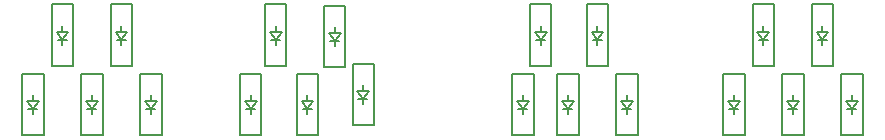
<source format=gbo>
G04 #@! TF.GenerationSoftware,KiCad,Pcbnew,(5.1.2)-2*
G04 #@! TF.CreationDate,2020-05-16T23:41:00+09:00*
G04 #@! TF.ProjectId,______,e135d7ec-fcc8-42e6-9b69-6361645f7063,rev?*
G04 #@! TF.SameCoordinates,Original*
G04 #@! TF.FileFunction,Legend,Bot*
G04 #@! TF.FilePolarity,Positive*
%FSLAX46Y46*%
G04 Gerber Fmt 4.6, Leading zero omitted, Abs format (unit mm)*
G04 Created by KiCad (PCBNEW (5.1.2)-2) date 2020-05-16 23:41:00*
%MOMM*%
%LPD*%
G04 APERTURE LIST*
%ADD10C,0.200000*%
%ADD11C,1.900000*%
%ADD12C,2.700000*%
%ADD13C,2.100000*%
%ADD14C,4.200000*%
%ADD15R,1.400000X1.400000*%
%ADD16C,4.300000*%
G04 APERTURE END LIST*
D10*
X15402500Y57550000D02*
X15402500Y52350000D01*
X15402500Y52350000D02*
X13602500Y52350000D01*
X13602500Y57550000D02*
X13602500Y52350000D01*
X15402500Y57550000D02*
X13602500Y57550000D01*
X14502500Y54550000D02*
X15002500Y55250000D01*
X15002500Y55250000D02*
X14002500Y55250000D01*
X14002500Y55250000D02*
X14502500Y54550000D01*
X14852500Y54550000D02*
X14102500Y54550000D01*
X14502500Y54650000D02*
X14502500Y54150000D01*
X14502500Y55250000D02*
X14502500Y55750000D01*
X48402500Y63450000D02*
X48402500Y58250000D01*
X48402500Y58250000D02*
X46602500Y58250000D01*
X46602500Y63450000D02*
X46602500Y58250000D01*
X48402500Y63450000D02*
X46602500Y63450000D01*
X47502500Y60450000D02*
X48002500Y61150000D01*
X48002500Y61150000D02*
X47002500Y61150000D01*
X47002500Y61150000D02*
X47502500Y60450000D01*
X47852500Y60450000D02*
X47102500Y60450000D01*
X47502500Y60550000D02*
X47502500Y60050000D01*
X47502500Y61150000D02*
X47502500Y61650000D01*
X53202500Y63450000D02*
X53202500Y58250000D01*
X53202500Y58250000D02*
X51402500Y58250000D01*
X51402500Y63450000D02*
X51402500Y58250000D01*
X53202500Y63450000D02*
X51402500Y63450000D01*
X52302500Y60450000D02*
X52802500Y61150000D01*
X52802500Y61150000D02*
X51802500Y61150000D01*
X51802500Y61150000D02*
X52302500Y60450000D01*
X52652500Y60450000D02*
X51902500Y60450000D01*
X52302500Y60550000D02*
X52302500Y60050000D01*
X52302500Y61150000D02*
X52302500Y61650000D01*
X55702500Y57550000D02*
X55702500Y52350000D01*
X55702500Y52350000D02*
X53902500Y52350000D01*
X53902500Y57550000D02*
X53902500Y52350000D01*
X55702500Y57550000D02*
X53902500Y57550000D01*
X54802500Y54550000D02*
X55302500Y55250000D01*
X55302500Y55250000D02*
X54302500Y55250000D01*
X54302500Y55250000D02*
X54802500Y54550000D01*
X55152500Y54550000D02*
X54402500Y54550000D01*
X54802500Y54650000D02*
X54802500Y54150000D01*
X54802500Y55250000D02*
X54802500Y55750000D01*
X50702500Y57550000D02*
X50702500Y52350000D01*
X50702500Y52350000D02*
X48902500Y52350000D01*
X48902500Y57550000D02*
X48902500Y52350000D01*
X50702500Y57550000D02*
X48902500Y57550000D01*
X49802500Y54550000D02*
X50302500Y55250000D01*
X50302500Y55250000D02*
X49302500Y55250000D01*
X49302500Y55250000D02*
X49802500Y54550000D01*
X50152500Y54550000D02*
X49402500Y54550000D01*
X49802500Y54650000D02*
X49802500Y54150000D01*
X49802500Y55250000D02*
X49802500Y55750000D01*
X46900000Y57550000D02*
X46900000Y52350000D01*
X46900000Y52350000D02*
X45100000Y52350000D01*
X45100000Y57550000D02*
X45100000Y52350000D01*
X46900000Y57550000D02*
X45100000Y57550000D01*
X46000000Y54550000D02*
X46500000Y55250000D01*
X46500000Y55250000D02*
X45500000Y55250000D01*
X45500000Y55250000D02*
X46000000Y54550000D01*
X46350000Y54550000D02*
X45600000Y54550000D01*
X46000000Y54650000D02*
X46000000Y54150000D01*
X46000000Y55250000D02*
X46000000Y55750000D01*
X67252500Y63450000D02*
X67252500Y58250000D01*
X67252500Y58250000D02*
X65452500Y58250000D01*
X65452500Y63450000D02*
X65452500Y58250000D01*
X67252500Y63450000D02*
X65452500Y63450000D01*
X66352500Y60450000D02*
X66852500Y61150000D01*
X66852500Y61150000D02*
X65852500Y61150000D01*
X65852500Y61150000D02*
X66352500Y60450000D01*
X66702500Y60450000D02*
X65952500Y60450000D01*
X66352500Y60550000D02*
X66352500Y60050000D01*
X66352500Y61150000D02*
X66352500Y61650000D01*
X72252500Y63450000D02*
X72252500Y58250000D01*
X72252500Y58250000D02*
X70452500Y58250000D01*
X70452500Y63450000D02*
X70452500Y58250000D01*
X72252500Y63450000D02*
X70452500Y63450000D01*
X71352500Y60450000D02*
X71852500Y61150000D01*
X71852500Y61150000D02*
X70852500Y61150000D01*
X70852500Y61150000D02*
X71352500Y60450000D01*
X71702500Y60450000D02*
X70952500Y60450000D01*
X71352500Y60550000D02*
X71352500Y60050000D01*
X71352500Y61150000D02*
X71352500Y61650000D01*
X74752500Y57550000D02*
X74752500Y52350000D01*
X74752500Y52350000D02*
X72952500Y52350000D01*
X72952500Y57550000D02*
X72952500Y52350000D01*
X74752500Y57550000D02*
X72952500Y57550000D01*
X73852500Y54550000D02*
X74352500Y55250000D01*
X74352500Y55250000D02*
X73352500Y55250000D01*
X73352500Y55250000D02*
X73852500Y54550000D01*
X74202500Y54550000D02*
X73452500Y54550000D01*
X73852500Y54650000D02*
X73852500Y54150000D01*
X73852500Y55250000D02*
X73852500Y55750000D01*
X69752500Y57550000D02*
X69752500Y52350000D01*
X69752500Y52350000D02*
X67952500Y52350000D01*
X67952500Y57550000D02*
X67952500Y52350000D01*
X69752500Y57550000D02*
X67952500Y57550000D01*
X68852500Y54550000D02*
X69352500Y55250000D01*
X69352500Y55250000D02*
X68352500Y55250000D01*
X68352500Y55250000D02*
X68852500Y54550000D01*
X69202500Y54550000D02*
X68452500Y54550000D01*
X68852500Y54650000D02*
X68852500Y54150000D01*
X68852500Y55250000D02*
X68852500Y55750000D01*
X64752500Y57550000D02*
X64752500Y52350000D01*
X64752500Y52350000D02*
X62952500Y52350000D01*
X62952500Y57550000D02*
X62952500Y52350000D01*
X64752500Y57550000D02*
X62952500Y57550000D01*
X63852500Y54550000D02*
X64352500Y55250000D01*
X64352500Y55250000D02*
X63352500Y55250000D01*
X63352500Y55250000D02*
X63852500Y54550000D01*
X64202500Y54550000D02*
X63452500Y54550000D01*
X63852500Y54650000D02*
X63852500Y54150000D01*
X63852500Y55250000D02*
X63852500Y55750000D01*
X25952500Y63450000D02*
X25952500Y58250000D01*
X25952500Y58250000D02*
X24152500Y58250000D01*
X24152500Y63450000D02*
X24152500Y58250000D01*
X25952500Y63450000D02*
X24152500Y63450000D01*
X25052500Y60450000D02*
X25552500Y61150000D01*
X25552500Y61150000D02*
X24552500Y61150000D01*
X24552500Y61150000D02*
X25052500Y60450000D01*
X25402500Y60450000D02*
X24652500Y60450000D01*
X25052500Y60550000D02*
X25052500Y60050000D01*
X25052500Y61150000D02*
X25052500Y61650000D01*
X30952500Y63350000D02*
X30952500Y58150000D01*
X30952500Y58150000D02*
X29152500Y58150000D01*
X29152500Y63350000D02*
X29152500Y58150000D01*
X30952500Y63350000D02*
X29152500Y63350000D01*
X30052500Y60350000D02*
X30552500Y61050000D01*
X30552500Y61050000D02*
X29552500Y61050000D01*
X29552500Y61050000D02*
X30052500Y60350000D01*
X30402500Y60350000D02*
X29652500Y60350000D01*
X30052500Y60450000D02*
X30052500Y59950000D01*
X30052500Y61050000D02*
X30052500Y61550000D01*
X33370000Y58400000D02*
X33370000Y53200000D01*
X33370000Y53200000D02*
X31570000Y53200000D01*
X31570000Y58400000D02*
X31570000Y53200000D01*
X33370000Y58400000D02*
X31570000Y58400000D01*
X32470000Y55400000D02*
X32970000Y56100000D01*
X32970000Y56100000D02*
X31970000Y56100000D01*
X31970000Y56100000D02*
X32470000Y55400000D01*
X32820000Y55400000D02*
X32070000Y55400000D01*
X32470000Y55500000D02*
X32470000Y55000000D01*
X32470000Y56100000D02*
X32470000Y56600000D01*
X28652500Y57550000D02*
X28652500Y52350000D01*
X28652500Y52350000D02*
X26852500Y52350000D01*
X26852500Y57550000D02*
X26852500Y52350000D01*
X28652500Y57550000D02*
X26852500Y57550000D01*
X27752500Y54550000D02*
X28252500Y55250000D01*
X28252500Y55250000D02*
X27252500Y55250000D01*
X27252500Y55250000D02*
X27752500Y54550000D01*
X28102500Y54550000D02*
X27352500Y54550000D01*
X27752500Y54650000D02*
X27752500Y54150000D01*
X27752500Y55250000D02*
X27752500Y55750000D01*
X23852500Y57550000D02*
X23852500Y52350000D01*
X23852500Y52350000D02*
X22052500Y52350000D01*
X22052500Y57550000D02*
X22052500Y52350000D01*
X23852500Y57550000D02*
X22052500Y57550000D01*
X22952500Y54550000D02*
X23452500Y55250000D01*
X23452500Y55250000D02*
X22452500Y55250000D01*
X22452500Y55250000D02*
X22952500Y54550000D01*
X23302500Y54550000D02*
X22552500Y54550000D01*
X22952500Y54650000D02*
X22952500Y54150000D01*
X22952500Y55250000D02*
X22952500Y55750000D01*
X12902500Y63450000D02*
X12902500Y58250000D01*
X12902500Y58250000D02*
X11102500Y58250000D01*
X11102500Y63450000D02*
X11102500Y58250000D01*
X12902500Y63450000D02*
X11102500Y63450000D01*
X12002500Y60450000D02*
X12502500Y61150000D01*
X12502500Y61150000D02*
X11502500Y61150000D01*
X11502500Y61150000D02*
X12002500Y60450000D01*
X12352500Y60450000D02*
X11602500Y60450000D01*
X12002500Y60550000D02*
X12002500Y60050000D01*
X12002500Y61150000D02*
X12002500Y61650000D01*
X7902500Y63450000D02*
X7902500Y58250000D01*
X7902500Y58250000D02*
X6102500Y58250000D01*
X6102500Y63450000D02*
X6102500Y58250000D01*
X7902500Y63450000D02*
X6102500Y63450000D01*
X7002500Y60450000D02*
X7502500Y61150000D01*
X7502500Y61150000D02*
X6502500Y61150000D01*
X6502500Y61150000D02*
X7002500Y60450000D01*
X7352500Y60450000D02*
X6602500Y60450000D01*
X7002500Y60550000D02*
X7002500Y60050000D01*
X7002500Y61150000D02*
X7002500Y61650000D01*
X10402500Y57550000D02*
X10402500Y52350000D01*
X10402500Y52350000D02*
X8602500Y52350000D01*
X8602500Y57550000D02*
X8602500Y52350000D01*
X10402500Y57550000D02*
X8602500Y57550000D01*
X9502500Y54550000D02*
X10002500Y55250000D01*
X10002500Y55250000D02*
X9002500Y55250000D01*
X9002500Y55250000D02*
X9502500Y54550000D01*
X9852500Y54550000D02*
X9102500Y54550000D01*
X9502500Y54650000D02*
X9502500Y54150000D01*
X9502500Y55250000D02*
X9502500Y55750000D01*
X5402500Y57550000D02*
X5402500Y52350000D01*
X5402500Y52350000D02*
X3602500Y52350000D01*
X3602500Y57550000D02*
X3602500Y52350000D01*
X5402500Y57550000D02*
X3602500Y57550000D01*
X4502500Y54550000D02*
X5002500Y55250000D01*
X5002500Y55250000D02*
X4002500Y55250000D01*
X4002500Y55250000D02*
X4502500Y54550000D01*
X4852500Y54550000D02*
X4102500Y54550000D01*
X4502500Y54650000D02*
X4502500Y54150000D01*
X4502500Y55250000D02*
X4502500Y55750000D01*
%LPC*%
D11*
X33630000Y65650000D03*
X23470000Y65650000D03*
D12*
X24740000Y68190000D03*
X31090000Y70730000D03*
D13*
X34050000Y65650000D03*
X23050000Y65650000D03*
D14*
X28550000Y65650000D03*
D11*
X33630000Y84700000D03*
X23470000Y84700000D03*
D12*
X24740000Y87240000D03*
X31090000Y89780000D03*
D13*
X34050000Y84700000D03*
X23050000Y84700000D03*
D14*
X28550000Y84700000D03*
D11*
X33630000Y46600000D03*
X23470000Y46600000D03*
D12*
X24740000Y49140000D03*
X31090000Y51680000D03*
D13*
X34050000Y46600000D03*
X23050000Y46600000D03*
D14*
X28550000Y46600000D03*
D11*
X14580000Y65650000D03*
X4420000Y65650000D03*
D12*
X5690000Y68190000D03*
X12040000Y70730000D03*
D13*
X15000000Y65650000D03*
X4000000Y65650000D03*
D14*
X9500000Y65650000D03*
D11*
X54880000Y46600000D03*
X44720000Y46600000D03*
D12*
X45990000Y49140000D03*
X52340000Y51680000D03*
D13*
X55300000Y46600000D03*
X44300000Y46600000D03*
D14*
X49800000Y46600000D03*
D11*
X33630000Y27550000D03*
X23470000Y27550000D03*
D12*
X24740000Y30090000D03*
X31090000Y32630000D03*
D13*
X34050000Y27550000D03*
X23050000Y27550000D03*
D14*
X28550000Y27550000D03*
D11*
X14580000Y46600000D03*
X4420000Y46600000D03*
D12*
X5690000Y49140000D03*
X12040000Y51680000D03*
D13*
X15000000Y46600000D03*
X4000000Y46600000D03*
D14*
X9500000Y46600000D03*
D11*
X54880000Y27550000D03*
X44720000Y27550000D03*
D12*
X45990000Y30090000D03*
X52340000Y32630000D03*
D13*
X55300000Y27550000D03*
X44300000Y27550000D03*
D14*
X49800000Y27550000D03*
D11*
X54880000Y84700000D03*
X44720000Y84700000D03*
D12*
X45990000Y87240000D03*
X52340000Y89780000D03*
D13*
X55300000Y84700000D03*
X44300000Y84700000D03*
D14*
X49800000Y84700000D03*
D11*
X54880000Y65650000D03*
X44720000Y65650000D03*
D12*
X45990000Y68190000D03*
X52340000Y70730000D03*
D13*
X55300000Y65650000D03*
X44300000Y65650000D03*
D14*
X49800000Y65650000D03*
D11*
X54880000Y8500000D03*
X44720000Y8500000D03*
D12*
X45990000Y11040000D03*
X52340000Y13580000D03*
D13*
X55300000Y8500000D03*
X44300000Y8500000D03*
D14*
X49800000Y8500000D03*
D11*
X73930000Y84700000D03*
X63770000Y84700000D03*
D12*
X65040000Y87240000D03*
X71390000Y89780000D03*
D13*
X74350000Y84700000D03*
X63350000Y84700000D03*
D14*
X68850000Y84700000D03*
D11*
X73930000Y65650000D03*
X63770000Y65650000D03*
D12*
X65040000Y68190000D03*
X71390000Y70730000D03*
D13*
X74350000Y65650000D03*
X63350000Y65650000D03*
D14*
X68850000Y65650000D03*
D11*
X73930000Y46600000D03*
X63770000Y46600000D03*
D12*
X65040000Y49140000D03*
X71390000Y51680000D03*
D13*
X74350000Y46600000D03*
X63350000Y46600000D03*
D14*
X68850000Y46600000D03*
D11*
X73930000Y27550000D03*
X63770000Y27550000D03*
D12*
X65040000Y30090000D03*
X71390000Y32630000D03*
D13*
X74350000Y27550000D03*
X63350000Y27550000D03*
D14*
X68850000Y27550000D03*
D11*
X73930000Y8500000D03*
X63770000Y8500000D03*
D12*
X65040000Y11040000D03*
X71390000Y13580000D03*
D13*
X74350000Y8500000D03*
X63350000Y8500000D03*
D14*
X68850000Y8500000D03*
D11*
X33630000Y8500000D03*
X23470000Y8500000D03*
D12*
X24740000Y11040000D03*
X31090000Y13580000D03*
D13*
X34050000Y8500000D03*
X23050000Y8500000D03*
D14*
X28550000Y8500000D03*
D11*
X14580000Y84700000D03*
X4420000Y84700000D03*
D12*
X5690000Y87240000D03*
X12040000Y89780000D03*
D13*
X15000000Y84700000D03*
X4000000Y84700000D03*
D14*
X9500000Y84700000D03*
D11*
X14580000Y27550000D03*
X4420000Y27550000D03*
D12*
X5690000Y30090000D03*
X12040000Y32630000D03*
D13*
X15000000Y27550000D03*
X4000000Y27550000D03*
D14*
X9500000Y27550000D03*
D11*
X14580000Y8500000D03*
X4420000Y8500000D03*
D12*
X5690000Y11040000D03*
X12040000Y13580000D03*
D13*
X15000000Y8500000D03*
X4000000Y8500000D03*
D14*
X9500000Y8500000D03*
D13*
X41570000Y74565000D03*
X41570000Y72025000D03*
X41570000Y69485000D03*
X41570000Y66945000D03*
X41570000Y64405000D03*
X41570000Y61865000D03*
X41570000Y59325000D03*
X41570000Y56785000D03*
X36830000Y74565000D03*
X36830000Y72025000D03*
X36830000Y69485000D03*
X36830000Y66945000D03*
X36830000Y64405000D03*
X36830000Y61865000D03*
X36830000Y59325000D03*
X36830000Y56785000D03*
D15*
X14502500Y53175000D03*
X14502500Y56725000D03*
X47502500Y59075000D03*
X47502500Y62625000D03*
X52302500Y59075000D03*
X52302500Y62625000D03*
X54802500Y53175000D03*
X54802500Y56725000D03*
X49802500Y53175000D03*
X49802500Y56725000D03*
X46000000Y53175000D03*
X46000000Y56725000D03*
X66352500Y59075000D03*
X66352500Y62625000D03*
X71352500Y59075000D03*
X71352500Y62625000D03*
X73852500Y53175000D03*
X73852500Y56725000D03*
X68852500Y53175000D03*
X68852500Y56725000D03*
X63852500Y53175000D03*
X63852500Y56725000D03*
X25052500Y59075000D03*
X25052500Y62625000D03*
X30052500Y58975000D03*
X30052500Y62525000D03*
X32470000Y54025000D03*
X32470000Y57575000D03*
X27752500Y53175000D03*
X27752500Y56725000D03*
X22952500Y53175000D03*
X22952500Y56725000D03*
X12002500Y59075000D03*
X12002500Y62625000D03*
X7002500Y59075000D03*
X7002500Y62625000D03*
X9502500Y53175000D03*
X9502500Y56725000D03*
X4502500Y53175000D03*
X4502500Y56725000D03*
D16*
X59350000Y37100000D03*
X59350000Y56150000D03*
X59350000Y75200000D03*
X59350000Y18050000D03*
X19050000Y75200000D03*
X19050000Y56150000D03*
X19050000Y37100000D03*
X19050000Y18050000D03*
M02*

</source>
